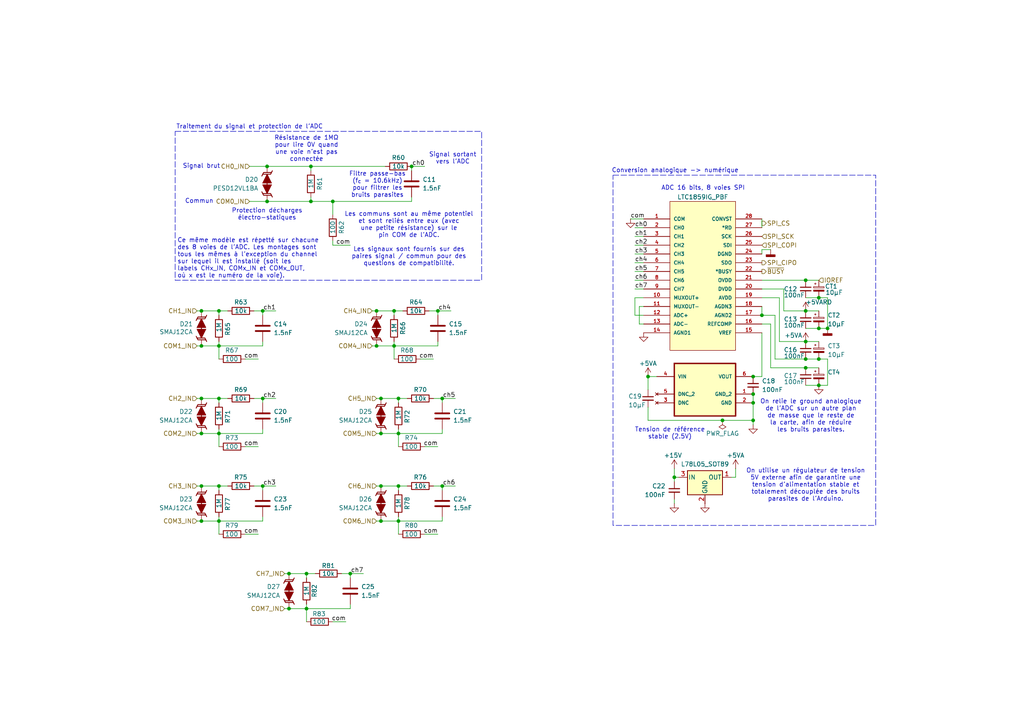
<source format=kicad_sch>
(kicad_sch (version 20250114) (generator "eeschema") (generator_version "9.0")
  (paper "A4")
  (lib_symbols
    (symbol "Device:C" (pin_numbers (hide yes)) (pin_names (offset 0.254))
      (property "Reference" "C" (at 0.635 2.54 0))
      (property "Value" "C" (at 0.635 -2.54 0))
      (symbol "C_0_1"
        (polyline (pts (xy -2.032 0.762) (xy 2.032 0.762)) (stroke (width 0.508)))
        (polyline (pts (xy -2.032 -0.762) (xy 2.032 -0.762)) (stroke (width 0.508)))
      )
      (symbol "C_1_1"
        (pin passive line (at 0 3.81 270) (length 2.794) (name "~") (number "1"))
        (pin passive line (at 0 -3.81 90) (length 2.794) (name "~") (number "2"))
      )
    )
    (symbol "Device:C_Polarized_Small" (pin_numbers (hide yes)) (pin_names (offset 0.254) (hide yes))
      (property "Reference" "C" (at 0.254 1.778 0))
      (property "Value" "C_Polarized_Small" (at 0.254 -2.032 0))
      (symbol "C_Polarized_Small_0_1"
        (rectangle (start -1.524 0.6858) (end 1.524 0.3048))
        (rectangle (start -1.524 -0.3048) (end 1.524 -0.6858) (fill (type outline)))
        (polyline (pts (xy -1.27 1.524) (xy -0.762 1.524)))
        (polyline (pts (xy -1.016 1.27) (xy -1.016 1.778)))
      )
      (symbol "C_Polarized_Small_1_1"
        (pin passive line (at 0 2.54 270) (length 1.8542) (name "~") (number "1"))
        (pin passive line (at 0 -2.54 90) (length 1.8542) (name "~") (number "2"))
      )
    )
    (symbol "Device:C_Small" (pin_numbers (hide yes)) (pin_names (offset 0.254) (hide yes))
      (property "Reference" "C" (at 0.254 1.778 0))
      (property "Value" "C_Small" (at 0.254 -2.032 0))
      (symbol "C_Small_0_1"
        (polyline (pts (xy -1.524 0.508) (xy 1.524 0.508)) (stroke (width 0.3048)))
        (polyline (pts (xy -1.524 -0.508) (xy 1.524 -0.508)) (stroke (width 0.3302)))
      )
      (symbol "C_Small_1_1"
        (pin passive line (at 0 2.54 270) (length 2.032) (name "~") (number "1"))
        (pin passive line (at 0 -2.54 90) (length 2.032) (name "~") (number "2"))
      )
    )
    (symbol "Device:R" (pin_numbers (hide yes)) (pin_names (offset 0))
      (property "Reference" "R" (at 2.032 0 90))
      (property "Value" "R" (at 0 0 90))
      (symbol "R_0_1"
        (rectangle (start -1.016 -2.54) (end 1.016 2.54) (stroke (width 0.254)))
      )
      (symbol "R_1_1"
        (pin passive line (at 0 3.81 270) (length 1.27) (name "~") (number "1"))
        (pin passive line (at 0 -3.81 90) (length 1.27) (name "~") (number "2"))
      )
    )
    (symbol "LT6654AIS6-2.5_TRPBF:LT6654AIS6-2.5_TRPBF" (pin_names (offset 1.016))
      (property "Reference" "U" (at -4.9784 12.7762 0))
      (property "Value" "LT6654AIS6-2.5_TRPBF" (at -14.986 10.16 0))
      (symbol "LT6654AIS6-2.5_TRPBF_0_0"
        (rectangle (start -12.7 8.89) (end 5.08 -6.35) (stroke (width 0.4064)) (fill (type background)))
        (pin power_in line (at -17.78 5.08 0) (length 5.08) (name "VIN") (number "4"))
        (pin no_connect line (at -17.78 0 0) (length 5.08) (name "DNC_2") (number "5"))
        (pin no_connect line (at -17.78 -2.54 0) (length 5.08) (name "DNC") (number "3"))
        (pin output line (at 10.16 5.08 180) (length 5.08) (name "VOUT") (number "6"))
        (pin passive line (at 10.16 0 180) (length 5.08) (name "GND_2") (number "1"))
        (pin passive line (at 10.16 -2.54 180) (length 5.08) (name "GND") (number "2"))
      )
    )
    (symbol "LTC1859IG_PBF:LTC1859IG_PBF" (pin_names (offset 1.016))
      (property "Reference" "U" (at 10.668 8.636 0))
      (property "Value" "LTC1859IG_PBF" (at 10.033 6.096 0))
      (symbol "LTC1859IG_PBF_0_0"
        (pin input line (at 0 0 0) (length 7.62) (name "COM") (number "1"))
        (pin input line (at 0 -2.54 0) (length 7.62) (name "CH0") (number "2"))
        (pin input line (at 0 -5.08 0) (length 7.62) (name "CH1") (number "3"))
        (pin input line (at 0 -7.62 0) (length 7.62) (name "CH2") (number "4"))
        (pin input line (at 0 -10.16 0) (length 7.62) (name "CH3") (number "5"))
        (pin input line (at 0 -12.7 0) (length 7.62) (name "CH4") (number "6"))
        (pin input line (at 0 -15.24 0) (length 7.62) (name "CH5") (number "7"))
        (pin input line (at 0 -17.78 0) (length 7.62) (name "CH6") (number "8"))
        (pin input line (at 0 -20.32 0) (length 7.62) (name "CH7") (number "9"))
        (pin output line (at 0 -22.86 0) (length 7.62) (name "MUXOUT+") (number "10"))
        (pin output line (at 0 -25.4 0) (length 7.62) (name "MUXOUT-") (number "11"))
        (pin input line (at 0 -27.94 0) (length 7.62) (name "ADC+") (number "12"))
        (pin input line (at 0 -30.48 0) (length 7.62) (name "ADC-") (number "13"))
        (pin power_in line (at 0 -33.02 0) (length 7.62) (name "AGND1") (number "14"))
        (pin passive line (at 34.29 0 180) (length 7.62) (name "CONVST") (number "28"))
        (pin input line (at 34.29 -2.54 180) (length 7.62) (name "*RD") (number "27"))
        (pin passive line (at 34.29 -5.08 180) (length 7.62) (name "SCK") (number "26"))
        (pin input line (at 34.29 -7.62 180) (length 7.62) (name "SDI") (number "25"))
        (pin power_in line (at 34.29 -10.16 180) (length 7.62) (name "DGND") (number "24"))
        (pin output line (at 34.29 -12.7 180) (length 7.62) (name "SDO") (number "23"))
        (pin output line (at 34.29 -15.24 180) (length 7.62) (name "*BUSY") (number "22"))
        (pin power_in line (at 34.29 -17.78 180) (length 7.62) (name "OVDD") (number "21"))
        (pin power_in line (at 34.29 -20.32 180) (length 7.62) (name "DVDD") (number "20"))
        (pin power_in line (at 34.29 -22.86 180) (length 7.62) (name "AVDD") (number "19"))
        (pin power_in line (at 34.29 -25.4 180) (length 7.62) (name "AGDN3") (number "18"))
        (pin power_in line (at 34.29 -27.94 180) (length 7.62) (name "AGND2") (number "17"))
        (pin output line (at 34.29 -30.48 180) (length 7.62) (name "REFCOMP") (number "16"))
      )
      (symbol "LTC1859IG_PBF_1_0"
        (rectangle (start 7.62 5.08) (end 26.67 -38.1) (fill (type background)))
        (pin bidirectional line (at 34.29 -33.02 180) (length 7.62) (name "VREF") (number "15"))
      )
    )
    (symbol "Pesd:SMAJ12CA" (pin_numbers (hide yes)) (pin_names (offset 1.016) (hide yes))
      (property "Reference" "D" (at 0 2.54 0))
      (property "Value" "SMAJ12CA" (at 0 -2.54 0))
      (symbol "SMAJ12CA_1_1"
        (polyline (pts (xy -2.794 -1.27) (xy -3.302 -1.016) (xy -3.302 1.27) (xy -3.81 1.524)) (stroke (width 0.254)))
        (polyline (pts (xy -2.286 -1.524) (xy -2.794 -1.27) (xy -2.794 1.016) (xy -3.302 1.27)) (stroke (width 0.254)))
        (polyline (pts (xy -0.254 1.27) (xy -0.254 -1.27) (xy -2.794 0) (xy -0.254 1.27)) (stroke (width 0.2032)) (fill (type outline)))
        (polyline (pts (xy 0.254 0) (xy -0.254 0)) (stroke (width 0.254)))
        (polyline (pts (xy 0.254 -1.27) (xy 2.794 0) (xy 0.254 1.27) (xy 0.254 -1.27)) (stroke (width 0.2032)) (fill (type outline)))
        (polyline (pts (xy 3.302 1.27) (xy 2.794 1.016) (xy 2.794 -1.27) (xy 2.286 -1.524)) (stroke (width 0.254)))
        (polyline (pts (xy 3.81 1.524) (xy 3.302 1.27) (xy 3.302 -1.016) (xy 2.794 -1.27)) (stroke (width 0.254)))
        (pin passive line (at -5.08 0 0) (length 1.778) (name "A1") (number "1"))
        (pin passive line (at 5.08 0 180) (length 1.778) (name "A2") (number "2"))
      )
    )
    (symbol "Regulator_Linear:L78L05_SOT89" (pin_names (offset 0.254))
      (property "Reference" "U" (at -3.81 3.175 0))
      (property "Value" "L78L05_SOT89" (at -0.635 3.175 0))
      (symbol "L78L05_SOT89_0_1"
        (rectangle (start -5.08 1.905) (end 5.08 -5.08) (stroke (width 0.254)) (fill (type background)))
      )
      (symbol "L78L05_SOT89_1_1"
        (pin power_in line (at -7.62 0 0) (length 2.54) (name "IN") (number "3"))
        (pin power_in line (at 0 -7.62 90) (length 2.54) (name "GND") (number "2"))
        (pin power_out line (at 7.62 0 180) (length 2.54) (name "OUT") (number "1"))
      )
    )
    (symbol "power:+5V" (power) (pin_numbers (hide yes)) (pin_names (offset 0) (hide yes))
      (property "Value" "+5V" (at 0 3.556 0))
      (symbol "+5V_0_1"
        (polyline (pts (xy -0.762 1.27) (xy 0 2.54)))
        (polyline (pts (xy 0 2.54) (xy 0.762 1.27)))
        (polyline (pts (xy 0 0) (xy 0 2.54)))
      )
      (symbol "+5V_1_1"
        (pin power_in line (at 0 0 90) (length 0) (name "~") (number "1"))
      )
    )
    (symbol "power:GND1" (power) (pin_numbers (hide yes)) (pin_names (offset 0) (hide yes))
      (property "Value" "GND1" (at 0 -3.81 0))
      (symbol "GND1_0_1"
        (polyline (pts (xy 0 0) (xy 0 -1.27) (xy 1.27 -1.27) (xy 0 -2.54) (xy -1.27 -1.27) (xy 0 -1.27)))
      )
      (symbol "GND1_1_1"
        (pin power_in line (at 0 0 270) (length 0) (name "~") (number "1"))
      )
    )
    (symbol "power:GNDD" (power) (pin_numbers (hide yes)) (pin_names (offset 0) (hide yes))
      (property "Value" "GNDD" (at 0 -3.175 0))
      (symbol "GNDD_0_1"
        (rectangle (start -1.27 -1.524) (end 1.27 -2.032) (stroke (width 0.254)) (fill (type outline)))
        (polyline (pts (xy 0 0) (xy 0 -1.524)))
      )
      (symbol "GNDD_1_1"
        (pin power_in line (at 0 0 270) (length 0) (name "~") (number "1"))
      )
    )
    (symbol "power:PWR_FLAG" (power) (pin_numbers (hide yes)) (pin_names (offset 0) (hide yes))
      (property "Value" "PWR_FLAG" (at 0 3.81 0))
      (symbol "PWR_FLAG_0_0"
        (pin power_out line (at 0 0 90) (length 0) (name "~") (number "1"))
      )
      (symbol "PWR_FLAG_0_1"
        (polyline (pts (xy 0 0) (xy 0 1.27) (xy -1.016 1.905) (xy 0 2.54) (xy 1.016 1.905) (xy 0 1.27)))
      )
    )
  )
  (rectangle (start 177.8 50.8) (end 254 152.4) (stroke (width 0) (type dash)))
  (rectangle (start 50.8 38.1) (end 139.7 81.28) (stroke (width 0) (type dash)))
  (text "Signal sortant\nvers l’ADC" (at 131.318 45.974 0) (effects (font (size 1.27 1.27))))
  (text "Traitement du signal et protection de l’ADC" (at 72.39 36.83 0) (effects (font (size 1.27 1.27))))
  (text "On utilise un régulateur de tension\n5V externe afin de garantire une\ntension d’alimentation stable et\ntotalement découplée des bruits\nparasites de l’Arduino." (at 233.68 140.716 0) (effects (font (size 1.27 1.27))))
  (text "Résistance de 1MΩ\npour lire 0V quand\nune voie n’est pas\nconnectée" (at 88.9 43.18 0) (effects (font (size 1.27 1.27))))
  (text "ADC 16 bits, 8 voies SPI" (at 191.77 54.61 0) (effects (font (size 1.27 1.27)) (justify left)))
  (text "Tension de référence\nstable (2.5V)" (at 194.31 125.73 0) (effects (font (size 1.27 1.27))))
  (text "Les communs sont au même potentiel\net sont reliés entre eux (avec\nune petite résistance) sur le\npin COM de l’ADC.\n\nLes signaux sont fournis sur des\npaires signal / commun pour des\nquestions de compatibilité." (at 118.618 69.342 0) (effects (font (size 1.27 1.27))))
  (text "Filtre passe-bas\n(f_{c} = 10.6kHz)\npour filtrer les\nbruits parasites" (at 109.474 53.594 0) (effects (font (size 1.27 1.27))))
  (text "Ce même modèle est répetté sur chacune\ndes 8 voies de l’ADC. Les montages sont \ntous les mêmes à l’exception du channel\nsur lequel il est installé (soit les\nlabels CHx_IN, COMx_IN et COMx_OUT,\noù x est le numéro de la voie)." (at 51.435 74.93 0) (effects (font (size 1.27 1.27)) (justify left)))
  (text "Signal brut" (at 58.42 48.26 0) (effects (font (size 1.27 1.27))))
  (text "Commun" (at 57.785 58.42 0) (effects (font (size 1.27 1.27))))
  (text "Conversion analogique -> numérique" (at 195.834 49.53 0) (effects (font (size 1.27 1.27))))
  (text "On relie le ground analogique\nde l’ADC sur un autre plan\nde masse que le reste de\nla carte, afin de réduire\nles bruits parasites." (at 235.204 120.65 0) (effects (font (size 1.27 1.27))))
  (text "Protection décharges\nélectro-statiques" (at 77.47 62.23 0) (effects (font (size 1.27 1.27))))
  (junction (at 240.03 95.25))
  (junction (at 109.22 90.17))
  (junction (at 110.49 125.73))
  (junction (at 88.9 166.37))
  (junction (at 58.42 115.57))
  (junction (at 127 90.17))
  (junction (at 58.42 90.17))
  (junction (at 63.5 140.97))
  (junction (at 237.49 95.25))
  (junction (at 101.6 166.37))
  (junction (at 77.47 48.26))
  (junction (at 218.44 109.22))
  (junction (at 187.96 109.22))
  (junction (at 237.49 111.76))
  (junction (at 128.27 115.57))
  (junction (at 76.2 140.97))
  (junction (at 90.17 48.26))
  (junction (at 63.5 115.57))
  (junction (at 83.82 166.37))
  (junction (at 58.42 125.73))
  (junction (at 233.68 99.06))
  (junction (at 218.44 121.92))
  (junction (at 110.49 151.13))
  (junction (at 58.42 100.33))
  (junction (at 115.57 115.57))
  (junction (at 90.17 58.42))
  (junction (at 58.42 151.13))
  (junction (at 115.57 151.13))
  (junction (at 237.49 104.14))
  (junction (at 96.52 58.42))
  (junction (at 220.98 91.44))
  (junction (at 195.58 138.43))
  (junction (at 218.44 116.84))
  (junction (at 209.55 121.92))
  (junction (at 76.2 90.17))
  (junction (at 76.2 115.57))
  (junction (at 233.68 106.68))
  (junction (at 233.68 90.17))
  (junction (at 115.57 140.97))
  (junction (at 218.44 114.3))
  (junction (at 63.5 90.17))
  (junction (at 128.27 140.97))
  (junction (at 110.49 140.97))
  (junction (at 115.57 125.73))
  (junction (at 63.5 151.13))
  (junction (at 63.5 100.33))
  (junction (at 58.42 140.97))
  (junction (at 237.49 86.36))
  (junction (at 114.3 100.33))
  (junction (at 63.5 125.73))
  (junction (at 233.68 104.14))
  (junction (at 77.47 58.42))
  (junction (at 119.38 48.26))
  (junction (at 88.9 176.53))
  (junction (at 110.49 115.57))
  (junction (at 114.3 90.17))
  (junction (at 83.82 176.53))
  (junction (at 109.22 100.33))
  (junction (at 233.68 81.28))
  (wire (pts (xy 237.49 111.76) (xy 240.03 111.76)))
  (wire (pts (xy 88.9 166.37) (xy 91.44 166.37)))
  (wire (pts (xy 58.42 140.97) (xy 63.5 140.97)))
  (wire (pts (xy 115.57 140.97) (xy 115.57 142.24)))
  (wire (pts (xy 187.96 109.22) (xy 190.5 109.22)))
  (wire (pts (xy 128.27 140.97) (xy 128.27 142.24)))
  (wire (pts (xy 96.52 71.12) (xy 96.52 69.85)))
  (wire (pts (xy 196.85 138.43) (xy 195.58 138.43)))
  (wire (pts (xy 119.38 48.26) (xy 123.19 48.26)))
  (wire (pts (xy 223.52 106.68) (xy 233.68 106.68)))
  (wire (pts (xy 195.58 138.43) (xy 195.58 139.7)))
  (wire (pts (xy 101.6 166.37) (xy 105.41 166.37)))
  (wire (pts (xy 213.36 135.89) (xy 213.36 138.43)))
  (wire (pts (xy 72.39 48.26) (xy 77.47 48.26)))
  (wire (pts (xy 220.98 96.52) (xy 220.98 109.22)))
  (wire (pts (xy 76.2 115.57) (xy 76.2 116.84)))
  (wire (pts (xy 115.57 151.13) (xy 128.27 151.13)))
  (wire (pts (xy 220.98 86.36) (xy 226.06 86.36)))
  (wire (pts (xy 184.15 83.82) (xy 186.69 83.82)))
  (wire (pts (xy 82.55 166.37) (xy 83.82 166.37)))
  (wire (pts (xy 76.2 90.17) (xy 80.01 90.17)))
  (wire (pts (xy 90.17 58.42) (xy 96.52 58.42)))
  (wire (pts (xy 88.9 176.53) (xy 101.6 176.53)))
  (wire (pts (xy 115.57 151.13) (xy 115.57 154.94)))
  (wire (pts (xy 115.57 115.57) (xy 118.11 115.57)))
  (wire (pts (xy 115.57 149.86) (xy 115.57 151.13)))
  (wire (pts (xy 184.15 71.12) (xy 186.69 71.12)))
  (wire (pts (xy 195.58 135.89) (xy 195.58 138.43)))
  (wire (pts (xy 184.15 68.58) (xy 186.69 68.58)))
  (wire (pts (xy 220.98 72.39) (xy 220.98 73.66)))
  (wire (pts (xy 101.6 175.26) (xy 101.6 176.53)))
  (wire (pts (xy 88.9 176.53) (xy 88.9 180.34)))
  (wire (pts (xy 83.82 166.37) (xy 88.9 166.37)))
  (wire (pts (xy 99.06 166.37) (xy 101.6 166.37)))
  (wire (pts (xy 185.42 93.98) (xy 186.69 93.98)))
  (wire (pts (xy 77.47 48.26) (xy 90.17 48.26)))
  (wire (pts (xy 128.27 115.57) (xy 128.27 116.84)))
  (wire (pts (xy 63.5 124.46) (xy 63.5 125.73)))
  (wire (pts (xy 58.42 100.33) (xy 63.5 100.33)))
  (wire (pts (xy 76.2 140.97) (xy 80.01 140.97)))
  (wire (pts (xy 63.5 151.13) (xy 76.2 151.13)))
  (wire (pts (xy 74.93 104.14) (xy 71.12 104.14)))
  (wire (pts (xy 57.15 90.17) (xy 58.42 90.17)))
  (wire (pts (xy 237.49 95.25) (xy 240.03 95.25)))
  (wire (pts (xy 184.15 73.66) (xy 186.69 73.66)))
  (wire (pts (xy 240.03 86.36) (xy 240.03 95.25)))
  (wire (pts (xy 185.42 88.9) (xy 185.42 93.98)))
  (wire (pts (xy 76.2 124.46) (xy 76.2 125.73)))
  (wire (pts (xy 227.33 90.17) (xy 233.68 90.17)))
  (wire (pts (xy 101.6 166.37) (xy 101.6 167.64)))
  (wire (pts (xy 76.2 149.86) (xy 76.2 151.13)))
  (wire (pts (xy 109.22 90.17) (xy 114.3 90.17)))
  (wire (pts (xy 110.49 140.97) (xy 115.57 140.97)))
  (wire (pts (xy 226.06 86.36) (xy 226.06 99.06)))
  (wire (pts (xy 128.27 115.57) (xy 132.08 115.57)))
  (wire (pts (xy 73.66 115.57) (xy 76.2 115.57)))
  (wire (pts (xy 109.22 151.13) (xy 110.49 151.13)))
  (wire (pts (xy 73.66 90.17) (xy 76.2 90.17)))
  (wire (pts (xy 115.57 125.73) (xy 115.57 129.54)))
  (wire (pts (xy 213.36 138.43) (xy 212.09 138.43)))
  (wire (pts (xy 114.3 99.06) (xy 114.3 100.33)))
  (wire (pts (xy 63.5 90.17) (xy 63.5 91.44)))
  (wire (pts (xy 223.52 72.39) (xy 220.98 72.39)))
  (wire (pts (xy 83.82 176.53) (xy 88.9 176.53)))
  (wire (pts (xy 57.15 100.33) (xy 58.42 100.33)))
  (wire (pts (xy 218.44 114.3) (xy 218.44 116.84)))
  (wire (pts (xy 77.47 58.42) (xy 90.17 58.42)))
  (wire (pts (xy 128.27 149.86) (xy 128.27 151.13)))
  (wire (pts (xy 96.52 58.42) (xy 119.38 58.42)))
  (wire (pts (xy 74.93 129.54) (xy 71.12 129.54)))
  (wire (pts (xy 218.44 116.84) (xy 218.44 121.92)))
  (wire (pts (xy 127 99.06) (xy 127 100.33)))
  (wire (pts (xy 63.5 140.97) (xy 66.04 140.97)))
  (wire (pts (xy 58.42 125.73) (xy 63.5 125.73)))
  (wire (pts (xy 119.38 57.15) (xy 119.38 58.42)))
  (wire (pts (xy 76.2 90.17) (xy 76.2 91.44)))
  (wire (pts (xy 237.49 104.14) (xy 240.03 104.14)))
  (wire (pts (xy 209.55 121.92) (xy 218.44 121.92)))
  (wire (pts (xy 233.68 90.17) (xy 237.49 90.17)))
  (wire (pts (xy 184.15 76.2) (xy 186.69 76.2)))
  (wire (pts (xy 226.06 99.06) (xy 233.68 99.06)))
  (wire (pts (xy 184.15 86.36) (xy 184.15 91.44)))
  (wire (pts (xy 76.2 99.06) (xy 76.2 100.33)))
  (wire (pts (xy 115.57 115.57) (xy 115.57 116.84)))
  (wire (pts (xy 224.79 104.14) (xy 233.68 104.14)))
  (wire (pts (xy 227.33 83.82) (xy 227.33 90.17)))
  (wire (pts (xy 187.96 121.92) (xy 209.55 121.92)))
  (wire (pts (xy 110.49 115.57) (xy 115.57 115.57)))
  (wire (pts (xy 57.15 115.57) (xy 58.42 115.57)))
  (wire (pts (xy 187.96 109.22) (xy 187.96 113.03)))
  (wire (pts (xy 125.73 140.97) (xy 128.27 140.97)))
  (wire (pts (xy 184.15 66.04) (xy 186.69 66.04)))
  (wire (pts (xy 58.42 115.57) (xy 63.5 115.57)))
  (wire (pts (xy 74.93 154.94) (xy 71.12 154.94)))
  (wire (pts (xy 109.22 140.97) (xy 110.49 140.97)))
  (wire (pts (xy 58.42 151.13) (xy 63.5 151.13)))
  (wire (pts (xy 110.49 151.13) (xy 115.57 151.13)))
  (wire (pts (xy 63.5 100.33) (xy 76.2 100.33)))
  (wire (pts (xy 125.73 115.57) (xy 128.27 115.57)))
  (wire (pts (xy 115.57 140.97) (xy 118.11 140.97)))
  (wire (pts (xy 119.38 48.26) (xy 119.38 49.53)))
  (wire (pts (xy 233.68 104.14) (xy 237.49 104.14)))
  (wire (pts (xy 90.17 48.26) (xy 111.76 48.26)))
  (wire (pts (xy 88.9 175.26) (xy 88.9 176.53)))
  (wire (pts (xy 220.98 109.22) (xy 218.44 109.22)))
  (wire (pts (xy 76.2 140.97) (xy 76.2 142.24)))
  (wire (pts (xy 127 154.94) (xy 123.19 154.94)))
  (wire (pts (xy 220.98 91.44) (xy 224.79 91.44)))
  (wire (pts (xy 195.58 144.78) (xy 195.58 146.05)))
  (wire (pts (xy 72.39 58.42) (xy 77.47 58.42)))
  (wire (pts (xy 109.22 125.73) (xy 110.49 125.73)))
  (wire (pts (xy 125.73 104.14) (xy 121.92 104.14)))
  (wire (pts (xy 184.15 78.74) (xy 186.69 78.74)))
  (wire (pts (xy 184.15 91.44) (xy 186.69 91.44)))
  (wire (pts (xy 114.3 100.33) (xy 127 100.33)))
  (wire (pts (xy 220.98 93.98) (xy 223.52 93.98)))
  (wire (pts (xy 107.95 100.33) (xy 109.22 100.33)))
  (wire (pts (xy 124.46 90.17) (xy 127 90.17)))
  (wire (pts (xy 218.44 123.19) (xy 218.44 121.92)))
  (wire (pts (xy 82.55 176.53) (xy 83.82 176.53)))
  (wire (pts (xy 128.27 140.97) (xy 132.08 140.97)))
  (wire (pts (xy 107.95 90.17) (xy 109.22 90.17)))
  (wire (pts (xy 182.88 63.5) (xy 186.69 63.5)))
  (wire (pts (xy 63.5 151.13) (xy 63.5 154.94)))
  (wire (pts (xy 63.5 125.73) (xy 63.5 129.54)))
  (wire (pts (xy 128.27 124.46) (xy 128.27 125.73)))
  (wire (pts (xy 220.98 83.82) (xy 227.33 83.82)))
  (wire (pts (xy 115.57 124.46) (xy 115.57 125.73)))
  (wire (pts (xy 110.49 125.73) (xy 115.57 125.73)))
  (wire (pts (xy 109.22 100.33) (xy 114.3 100.33)))
  (wire (pts (xy 96.52 71.12) (xy 101.6 71.12)))
  (wire (pts (xy 63.5 140.97) (xy 63.5 142.24)))
  (wire (pts (xy 233.68 106.68) (xy 237.49 106.68)))
  (wire (pts (xy 233.68 111.76) (xy 237.49 111.76)))
  (wire (pts (xy 57.15 151.13) (xy 58.42 151.13)))
  (wire (pts (xy 63.5 90.17) (xy 66.04 90.17)))
  (wire (pts (xy 127 129.54) (xy 123.19 129.54)))
  (wire (pts (xy 63.5 149.86) (xy 63.5 151.13)))
  (wire (pts (xy 220.98 88.9) (xy 220.98 91.44)))
  (wire (pts (xy 237.49 86.36) (xy 240.03 86.36)))
  (wire (pts (xy 63.5 125.73) (xy 76.2 125.73)))
  (wire (pts (xy 100.33 180.34) (xy 96.52 180.34)))
  (wire (pts (xy 240.03 104.14) (xy 240.03 111.76)))
  (wire (pts (xy 223.52 93.98) (xy 223.52 106.68)))
  (wire (pts (xy 114.3 100.33) (xy 114.3 104.14)))
  (wire (pts (xy 186.69 86.36) (xy 184.15 86.36)))
  (wire (pts (xy 233.68 95.25) (xy 237.49 95.25)))
  (wire (pts (xy 90.17 57.15) (xy 90.17 58.42)))
  (wire (pts (xy 73.66 140.97) (xy 76.2 140.97)))
  (wire (pts (xy 88.9 166.37) (xy 88.9 167.64)))
  (wire (pts (xy 63.5 115.57) (xy 66.04 115.57)))
  (wire (pts (xy 58.42 90.17) (xy 63.5 90.17)))
  (wire (pts (xy 114.3 90.17) (xy 116.84 90.17)))
  (wire (pts (xy 127 90.17) (xy 130.81 90.17)))
  (wire (pts (xy 220.98 81.28) (xy 233.68 81.28)))
  (wire (pts (xy 96.52 62.23) (xy 96.52 58.42)))
  (wire (pts (xy 127 90.17) (xy 127 91.44)))
  (wire (pts (xy 63.5 100.33) (xy 63.5 104.14)))
  (wire (pts (xy 63.5 115.57) (xy 63.5 116.84)))
  (wire (pts (xy 63.5 99.06) (xy 63.5 100.33)))
  (wire (pts (xy 114.3 90.17) (xy 114.3 91.44)))
  (wire (pts (xy 57.15 140.97) (xy 58.42 140.97)))
  (wire (pts (xy 186.69 88.9) (xy 185.42 88.9)))
  (wire (pts (xy 76.2 115.57) (xy 80.01 115.57)))
  (wire (pts (xy 90.17 48.26) (xy 90.17 49.53)))
  (wire (pts (xy 187.96 118.11) (xy 187.96 121.92)))
  (wire (pts (xy 115.57 125.73) (xy 128.27 125.73)))
  (wire (pts (xy 220.98 63.5) (xy 220.98 66.04)))
  (wire (pts (xy 224.79 91.44) (xy 224.79 104.14)))
  (wire (pts (xy 233.68 99.06) (xy 237.49 99.06)))
  (wire (pts (xy 233.68 81.28) (xy 237.49 81.28)))
  (wire (pts (xy 184.15 81.28) (xy 186.69 81.28)))
  (wire (pts (xy 109.22 115.57) (xy 110.49 115.57)))
  (wire (pts (xy 57.15 125.73) (xy 58.42 125.73)))
  (wire (pts (xy 233.68 86.36) (xy 237.49 86.36)))
  (label "com" (at 100.33 180.34 180))
  (label "ch6" (at 184.15 81.28 0))
  (label "ch5" (at 184.15 78.74 0))
  (label "ch6" (at 132.08 140.97 180))
  (label "ch3" (at 184.15 73.66 0))
  (label "ch1" (at 184.15 68.58 0))
  (label "com" (at 74.93 104.14 180))
  (label "ch7" (at 184.15 83.82 0))
  (label "ch7" (at 105.41 166.37 180))
  (label "ch4" (at 184.15 76.2 0))
  (label "ch5" (at 132.08 115.57 180))
  (label "com" (at 127 154.94 180))
  (label "com" (at 125.73 104.14 180))
  (label "ch4" (at 130.81 90.17 180))
  (label "ch0" (at 184.15 66.04 0))
  (label "com" (at 127 129.54 180))
  (label "ch2" (at 184.15 71.12 0))
  (label "ch3" (at 80.01 140.97 180))
  (label "com" (at 101.6 71.12 180))
  (label "ch2" (at 80.01 115.57 180))
  (label "com" (at 74.93 129.54 180))
  (label "com" (at 182.88 63.5 0))
  (label "com" (at 74.93 154.94 180))
  (label "ch1" (at 80.01 90.17 180))
  (label "ch0" (at 123.19 48.26 180))
  (hierarchical_label "SPI_COPI" (shape input) (at 220.98 71.12 0))
  (hierarchical_label "CH3_IN" (shape input) (at 57.15 140.97 180))
  (hierarchical_label "CH2_IN" (shape input) (at 57.15 115.57 180))
  (hierarchical_label "COM1_IN" (shape input) (at 57.15 100.33 180))
  (hierarchical_label "COM5_IN" (shape input) (at 109.22 125.73 180))
  (hierarchical_label "COM3_IN" (shape input) (at 57.15 151.13 180))
  (hierarchical_label "IOREF" (shape input) (at 237.49 81.28 0))
  (hierarchical_label "CH4_IN" (shape input) (at 107.95 90.17 180))
  (hierarchical_label "COM7_IN" (shape input) (at 82.55 176.53 180))
  (hierarchical_label "COM0_IN" (shape input) (at 72.39 58.42 180))
  (hierarchical_label "SPI_SCK" (shape input) (at 220.98 68.58 0))
  (hierarchical_label "COM6_IN" (shape input) (at 109.22 151.13 180))
  (hierarchical_label "~{BUSY}" (shape output) (at 220.98 78.74 0))
  (hierarchical_label "CH5_IN" (shape input) (at 109.22 115.57 180))
  (hierarchical_label "COM2_IN" (shape input) (at 57.15 125.73 180))
  (hierarchical_label "CH1_IN" (shape input) (at 57.15 90.17 180))
  (hierarchical_label "SPI_CIPO" (shape output) (at 220.98 76.2 0))
  (hierarchical_label "SPI_CS" (shape output) (at 220.98 64.77 0))
  (hierarchical_label "COM4_IN" (shape input) (at 107.95 100.33 180))
  (hierarchical_label "CH0_IN" (shape input) (at 72.39 48.26 180))
  (hierarchical_label "CH6_IN" (shape input) (at 109.22 140.97 180))
  (hierarchical_label "CH7_IN" (shape input) (at 82.55 166.37 180))
  (symbol (lib_id "Device:R") (at 88.9 171.45 0) (unit 1)
    (property "Reference" "R82" (at 91.186 169.418 90) (effects (justify right)))
    (property "Value" "1M" (at 88.9 169.926 90) (effects (justify right)))
    (property "Footprint" "Resistor_SMD:R_0805_2012Metric_Pad1.20x1.40mm_HandSolder" (effects (hide yes)))
    (property "Description" "Resistor" (effects (hide yes)))
  )
  (symbol (lib_id "Device:R") (at 92.71 180.34 90) (unit 1)
    (property "Reference" "R83" (at 94.488 178.054 90) (effects (justify left)))
    (property "Value" "100" (at 94.488 180.34 90) (effects (justify left)))
    (property "Footprint" "Resistor_SMD:R_0805_2012Metric_Pad1.20x1.40mm_HandSolder" (effects (hide yes)))
    (property "Description" "Resistor" (effects (hide yes)))
  )
  (symbol (lib_id "Device:C_Small") (at 218.44 111.76 0) (unit 1)
    (property "Reference" "C18" (at 220.98 110.4962 0) (effects (justify left)))
    (property "Value" "100nF" (at 220.98 113.0362 0) (effects (justify left)))
    (property "Footprint" "Capacitor_SMD:C_0805_2012Metric_Pad1.18x1.45mm_HandSolder" (effects (hide yes)))
    (property "Description" "Unpolarized capacitor, small symbol" (effects (hide yes)))
  )
  (symbol (lib_id "power:+5V") (at 187.96 109.22 0) (unit 1)
    (property "Reference" "#PWR037" (effects (hide yes)))
    (property "Value" "+5VA" (at 187.96 105.41 0))
    (property "Description" "Power symbol creates a global label with name \"+5V\"" (effects (hide yes)))
  )
  (symbol (lib_id "Device:C") (at 76.2 95.25 0) (unit 1)
    (property "Reference" "C14" (at 79.375 93.98 0) (effects (justify left)))
    (property "Value" "1.5nF" (at 79.375 96.52 0) (effects (justify left)))
    (property "Footprint" "Capacitor_SMD:C_0805_2012Metric_Pad1.18x1.45mm_HandSolder" (effects (hide yes)))
    (property "Description" "Unpolarized capacitor" (effects (hide yes)))
  )
  (symbol (lib_id "Device:C_Small") (at 233.68 109.22 0) (unit 1)
    (property "Reference" "C17" (at 227.33 108.966 0) (effects (justify left)))
    (property "Value" "100nF" (at 227.33 110.744 0) (effects (justify left)))
    (property "Footprint" "Capacitor_SMD:C_0805_2012Metric_Pad1.18x1.45mm_HandSolder" (effects (hide yes)))
    (property "Description" "Unpolarized capacitor, small symbol" (effects (hide yes)))
  )
  (symbol (lib_id "Device:R") (at 121.92 115.57 90) (unit 1)
    (property "Reference" "R70" (at 121.92 113.03 90))
    (property "Value" "10k" (at 121.92 115.57 90))
    (property "Footprint" "Resistor_SMD:R_0805_2012Metric_Pad1.20x1.40mm_HandSolder" (effects (hide yes)))
    (property "Description" "Resistor" (effects (hide yes)))
  )
  (symbol (lib_id "power:GNDD") (at 240.03 95.25 0) (unit 1)
    (property "Reference" "#PWR034" (effects (hide yes)))
    (property "Value" "GND2" (effects (hide yes)))
    (property "Description" "Power symbol creates a global label with name \"GNDD\" , digital ground" (effects (hide yes)))
  )
  (symbol (lib_id "Device:R") (at 95.25 166.37 90) (unit 1)
    (property "Reference" "R81" (at 95.25 164.084 90))
    (property "Value" "10k" (at 95.25 166.37 90))
    (property "Footprint" "Resistor_SMD:R_0805_2012Metric_Pad1.20x1.40mm_HandSolder" (effects (hide yes)))
    (property "Description" "Resistor" (effects (hide yes)))
  )
  (symbol (lib_id "Pesd:SMAJ12CA") (at 58.42 95.25 270) (mirror x) (unit 1)
    (property "Reference" "D21" (at 52.07 93.98 90) (effects (justify left)))
    (property "Value" "SMAJ12CA" (at 46.228 96.266 90) (effects (justify left)))
    (property "Footprint" "Diode_SMD:D_SOD-323_HandSoldering" (effects (hide yes)))
    (property "Datasheet" "https://www.littelfuse.com/media?resourcetype=datasheets&itemid=75e32973-b177-4ee3-a0ff-cedaf1abdb93&filename=smaj-datasheet" (effects (hide yes)))
    (property "Description" "400W bidirectional Transient Voltage Suppressor, 12.0Vr, SMA(DO-214AC)" (effects (hide yes)))
  )
  (symbol (lib_id "Pesd:SMAJ12CA") (at 77.47 53.34 270) (mirror x) (unit 1)
    (property "Reference" "D20" (at 74.93 52.0699 90) (effects (justify right)))
    (property "Value" "PESD12VL1BA" (at 74.93 54.6099 90) (effects (justify right)))
    (property "Footprint" "Diode_SMD:D_SOD-323_HandSoldering" (effects (hide yes)))
    (property "Datasheet" "https://www.littelfuse.com/media?resourcetype=datasheets&itemid=75e32973-b177-4ee3-a0ff-cedaf1abdb93&filename=smaj-datasheet" (effects (hide yes)))
    (property "Description" "400W bidirectional Transient Voltage Suppressor, 12.0Vr, SMA(DO-214AC)" (effects (hide yes)))
  )
  (symbol (lib_id "Device:R") (at 115.57 120.65 0) (unit 1)
    (property "Reference" "R72" (at 118.11 118.872 90) (effects (justify right)))
    (property "Value" "1M" (at 115.57 118.872 90) (effects (justify right)))
    (property "Footprint" "Resistor_SMD:R_0805_2012Metric_Pad1.20x1.40mm_HandSolder" (effects (hide yes)))
    (property "Description" "Resistor" (effects (hide yes)))
  )
  (symbol (lib_id "Device:R") (at 63.5 120.65 0) (unit 1)
    (property "Reference" "R71" (at 66.04 118.872 90) (effects (justify right)))
    (property "Value" "1M" (at 63.5 119.126 90) (effects (justify right)))
    (property "Footprint" "Resistor_SMD:R_0805_2012Metric_Pad1.20x1.40mm_HandSolder" (effects (hide yes)))
    (property "Description" "Resistor" (effects (hide yes)))
  )
  (symbol (lib_id "power:+5V") (at 233.68 99.06 0) (unit 1)
    (property "Reference" "#PWR036" (effects (hide yes)))
    (property "Value" "+5VA" (at 230.124 97.282 0))
    (property "Description" "Power symbol creates a global label with name \"+5V\"" (effects (hide yes)))
  )
  (symbol (lib_id "power:PWR_FLAG") (at 209.55 121.92 180) (unit 1)
    (property "Reference" "#FLG09" (effects (hide yes)))
    (property "Value" "PWR_FLAG" (at 209.55 125.73 0))
    (property "Description" "Special symbol for telling ERC where power comes from" (effects (hide yes)))
  )
  (symbol (lib_id "Device:C_Polarized_Small") (at 237.49 83.82 0) (unit 1)
    (property "Reference" "CT1" (at 239.268 83.058 0) (effects (justify left)))
    (property "Value" "10µF" (at 239.395 84.836 0) (effects (justify left)))
    (property "Footprint" "Capacitor_Tantalum_SMD:CP_EIA-2012-12_Kemet-R" (effects (hide yes)))
    (property "Description" "Polarized capacitor, small symbol" (effects (hide yes)))
  )
  (symbol (lib_id "Device:C") (at 119.38 53.34 0) (unit 1)
    (property "Reference" "C11" (at 122.555 52.07 0) (effects (justify left)))
    (property "Value" "1.5nF" (at 122.555 54.61 0) (effects (justify left)))
    (property "Footprint" "Capacitor_SMD:C_0805_2012Metric_Pad1.18x1.45mm_HandSolder" (effects (hide yes)))
    (property "Description" "Unpolarized capacitor" (effects (hide yes)))
  )
  (symbol (lib_id "Device:R") (at 63.5 95.25 0) (unit 1)
    (property "Reference" "R65" (at 66.04 93.472 90) (effects (justify right)))
    (property "Value" "1M" (at 63.5 93.472 90) (effects (justify right)))
    (property "Footprint" "Resistor_SMD:R_0805_2012Metric_Pad1.20x1.40mm_HandSolder" (effects (hide yes)))
    (property "Description" "Resistor" (effects (hide yes)))
  )
  (symbol (lib_id "Device:R") (at 69.85 90.17 90) (unit 1)
    (property "Reference" "R63" (at 69.85 87.63 90))
    (property "Value" "10k" (at 69.85 90.17 90))
    (property "Footprint" "Resistor_SMD:R_0805_2012Metric_Pad1.20x1.40mm_HandSolder" (effects (hide yes)))
    (property "Description" "Resistor" (effects (hide yes)))
  )
  (symbol (lib_id "Device:R") (at 114.3 95.25 0) (unit 1)
    (property "Reference" "R66" (at 116.84 93.218 90) (effects (justify right)))
    (property "Value" "1M" (at 114.3 93.726 90) (effects (justify right)))
    (property "Footprint" "Resistor_SMD:R_0805_2012Metric_Pad1.20x1.40mm_HandSolder" (effects (hide yes)))
    (property "Description" "Resistor" (effects (hide yes)))
  )
  (symbol (lib_id "Device:C_Polarized_Small") (at 237.49 92.71 0) (unit 1)
    (property "Reference" "CT2" (at 240.03 91.44 0) (effects (justify left)))
    (property "Value" "10µF" (at 240.03 93.98 0) (effects (justify left)))
    (property "Footprint" "Capacitor_Tantalum_SMD:CP_EIA-2012-12_Kemet-R" (effects (hide yes)))
    (property "Description" "Polarized capacitor, small symbol" (effects (hide yes)))
  )
  (symbol (lib_id "Regulator_Linear:L78L05_SOT89") (at 204.47 138.43 0) (unit 1)
    (property "Reference" "U5" (effects (hide yes)))
    (property "Value" "L78L05_SOT89" (at 204.47 134.62 0))
    (property "Footprint" "Package_TO_SOT_SMD:SOT-89-3_Handsoldering" (effects (hide yes)))
    (property "Datasheet" "http://www.st.com/content/ccc/resource/technical/document/datasheet/15/55/e5/aa/23/5b/43/fd/CD00000446.pdf/files/CD00000446.pdf/jcr:content/translations/en.CD00000446.pdf" (effects (hide yes)))
    (property "Description" "Positive 100mA 30V Linear Regulator, Fixed Output 5V, SOT-89" (effects (hide yes)))
  )
  (symbol (lib_id "power:GND1") (at 186.69 96.52 0) (unit 1)
    (property "Reference" "#PWR035" (effects (hide yes)))
    (property "Value" "GND1" (effects (hide yes)))
    (property "Description" "Power symbol creates a global label with name \"GND1\" , ground" (effects (hide yes)))
  )
  (symbol (lib_id "Device:C") (at 101.6 171.45 0) (unit 1)
    (property "Reference" "C25" (at 104.775 170.18 0) (effects (justify left)))
    (property "Value" "1.5nF" (at 104.775 172.72 0) (effects (justify left)))
    (property "Footprint" "Capacitor_SMD:C_0805_2012Metric_Pad1.18x1.45mm_HandSolder" (effects (hide yes)))
    (property "Description" "Unpolarized capacitor" (effects (hide yes)))
  )
  (symbol (lib_id "Device:C_Small") (at 233.68 83.82 0) (unit 1)
    (property "Reference" "C12" (at 227.33 83.82 0) (effects (justify left)))
    (property "Value" "100nF" (at 227.33 85.598 0) (effects (justify left)))
    (property "Footprint" "Capacitor_SMD:C_0805_2012Metric_Pad1.18x1.45mm_HandSolder" (effects (hide yes)))
    (property "Description" "Unpolarized capacitor, small symbol" (effects (hide yes)))
  )
  (symbol (lib_id "Device:R") (at 63.5 146.05 0) (unit 1)
    (property "Reference" "R77" (at 66.04 144.272 90) (effects (justify right)))
    (property "Value" "1M" (at 63.5 144.526 90) (effects (justify right)))
    (property "Footprint" "Resistor_SMD:R_0805_2012Metric_Pad1.20x1.40mm_HandSolder" (effects (hide yes)))
    (property "Description" "Resistor" (effects (hide yes)))
  )
  (symbol (lib_id "Device:R") (at 69.85 115.57 90) (unit 1)
    (property "Reference" "R69" (at 69.85 113.03 90))
    (property "Value" "10k" (at 69.85 115.57 90))
    (property "Footprint" "Resistor_SMD:R_0805_2012Metric_Pad1.20x1.40mm_HandSolder" (effects (hide yes)))
    (property "Description" "Resistor" (effects (hide yes)))
  )
  (symbol (lib_id "Device:C") (at 76.2 146.05 0) (unit 1)
    (property "Reference" "C23" (at 79.375 144.78 0) (effects (justify left)))
    (property "Value" "1.5nF" (at 79.375 147.32 0) (effects (justify left)))
    (property "Footprint" "Capacitor_SMD:C_0805_2012Metric_Pad1.18x1.45mm_HandSolder" (effects (hide yes)))
    (property "Description" "Unpolarized capacitor" (effects (hide yes)))
  )
  (symbol (lib_id "Device:R") (at 120.65 90.17 90) (unit 1)
    (property "Reference" "R64" (at 120.65 87.63 90))
    (property "Value" "10k" (at 120.65 90.17 90))
    (property "Footprint" "Resistor_SMD:R_0805_2012Metric_Pad1.20x1.40mm_HandSolder" (effects (hide yes)))
    (property "Description" "Resistor" (effects (hide yes)))
  )
  (symbol (lib_id "Device:C") (at 76.2 120.65 0) (unit 1)
    (property "Reference" "C20" (at 79.375 119.38 0) (effects (justify left)))
    (property "Value" "1.5nF" (at 79.375 121.92 0) (effects (justify left)))
    (property "Footprint" "Capacitor_SMD:C_0805_2012Metric_Pad1.18x1.45mm_HandSolder" (effects (hide yes)))
    (property "Description" "Unpolarized capacitor" (effects (hide yes)))
  )
  (symbol (lib_id "Device:R") (at 90.17 53.34 0) (unit 1)
    (property "Reference" "R61" (at 92.71 51.308 90) (effects (justify right)))
    (property "Value" "1M" (at 90.17 51.816 90) (effects (justify right)))
    (property "Footprint" "Resistor_SMD:R_0805_2012Metric_Pad1.20x1.40mm_HandSolder" (effects (hide yes)))
    (property "Description" "Resistor" (effects (hide yes)))
  )
  (symbol (lib_id "Device:R") (at 119.38 129.54 90) (unit 1)
    (property "Reference" "R74" (at 117.348 127 90) (effects (justify right)))
    (property "Value" "100" (at 117.348 129.54 90) (effects (justify right)))
    (property "Footprint" "Resistor_SMD:R_0805_2012Metric_Pad1.20x1.40mm_HandSolder" (effects (hide yes)))
    (property "Description" "Resistor" (effects (hide yes)))
  )
  (symbol (lib_id "Device:R") (at 115.57 48.26 90) (unit 1)
    (property "Reference" "R60" (at 115.57 45.72 90))
    (property "Value" "10k" (at 115.57 48.26 90))
    (property "Footprint" "Resistor_SMD:R_0805_2012Metric_Pad1.20x1.40mm_HandSolder" (effects (hide yes)))
    (property "Description" "Resistor" (effects (hide yes)))
  )
  (symbol (lib_id "Device:R") (at 67.31 104.14 90) (unit 1)
    (property "Reference" "R67" (at 65.278 101.6 90) (effects (justify right)))
    (property "Value" "100" (at 65.278 104.14 90) (effects (justify right)))
    (property "Footprint" "Resistor_SMD:R_0805_2012Metric_Pad1.20x1.40mm_HandSolder" (effects (hide yes)))
    (property "Description" "Resistor" (effects (hide yes)))
  )
  (symbol (lib_id "power:+5V") (at 213.36 135.89 0) (unit 1)
    (property "Reference" "#PWR041" (effects (hide yes)))
    (property "Value" "+5VA" (at 213.36 132.08 0))
    (property "Description" "Power symbol creates a global label with name \"+5V\"" (effects (hide yes)))
  )
  (symbol (lib_id "power:GND1") (at 204.47 146.05 0) (unit 1)
    (property "Reference" "#PWR043" (effects (hide yes)))
    (property "Value" "GND1" (effects (hide yes)))
    (property "Description" "Power symbol creates a global label with name \"GND1\" , ground" (effects (hide yes)))
  )
  (symbol (lib_id "LT6654AIS6-2.5_TRPBF:LT6654AIS6-2.5_TRPBF") (at 208.28 114.3 0) (unit 1)
    (property "Reference" "U4" (effects (hide yes)))
    (property "Value" "LT6654AIS6-2.5_TRPBF" (effects (hide yes)))
    (property "Footprint" "imported_components:SOT95P280X100-6N" (effects (hide yes)))
    (property "MF" "Analog Devices" (effects (hide yes)))
    (property "Description_1" "Precision Wide Supply High Output Drive Low Noise Reference" (effects (hide yes)))
    (property "PACKAGE" "TSOT-23-6" (effects (hide yes)))
    (property "MPN" "LT6654BHS6-5#TRMPBF" (effects (hide yes)))
    (property "Price" "None" (effects (hide yes)))
    (property "Package" "SOT-6-6 Analog Devices" (effects (hide yes)))
    (property "OC_FARNELL" "-" (effects (hide yes)))
    (property "SnapEDA_Link" "https://www.snapeda.com/parts/LT6654AIS6-2.5%23TRPBF/Analog+Devices/view-part/?ref=snap" (effects (hide yes)))
    (property "MP" "LT6654AIS6-2.5#TRPBF" (effects (hide yes)))
    (property "SUPPLIER" "Linear Technology" (effects (hide yes)))
    (property "OC_NEWARK" "24T2770" (effects (hide yes)))
    (property "Availability" "In Stock" (effects (hide yes)))
    (property "Check_prices" "https://www.snapeda.com/parts/LT6654AIS6-2.5%23TRPBF/Analog+Devices/view-part/?ref=eda" (effects (hide yes)))
  )
  (symbol (lib_id "Device:R") (at 115.57 146.05 0) (unit 1)
    (property "Reference" "R78" (at 118.11 144.018 90) (effects (justify right)))
    (property "Value" "1M" (at 115.57 144.526 90) (effects (justify right)))
    (property "Footprint" "Resistor_SMD:R_0805_2012Metric_Pad1.20x1.40mm_HandSolder" (effects (hide yes)))
    (property "Description" "Resistor" (effects (hide yes)))
  )
  (symbol (lib_id "Device:R") (at 119.38 154.94 90) (unit 1)
    (property "Reference" "R80" (at 117.348 152.4 90) (effects (justify right)))
    (property "Value" "100" (at 117.348 154.94 90) (effects (justify right)))
    (property "Footprint" "Resistor_SMD:R_0805_2012Metric_Pad1.20x1.40mm_HandSolder" (effects (hide yes)))
    (property "Description" "Resistor" (effects (hide yes)))
  )
  (symbol (lib_id "power:GND1") (at 182.88 63.5 0) (unit 1)
    (property "Reference" "#PWR031" (effects (hide yes)))
    (property "Value" "GND1" (effects (hide yes)))
    (property "Description" "Power symbol creates a global label with name \"GND1\" , ground" (effects (hide yes)))
  )
  (symbol (lib_id "Device:R") (at 121.92 140.97 90) (unit 1)
    (property "Reference" "R76" (at 121.92 138.43 90))
    (property "Value" "10k" (at 121.92 140.97 90))
    (property "Footprint" "Resistor_SMD:R_0805_2012Metric_Pad1.20x1.40mm_HandSolder" (effects (hide yes)))
    (property "Description" "Resistor" (effects (hide yes)))
  )
  (symbol (lib_id "Device:C_Small") (at 187.96 115.57 0) (unit 1)
    (property "Reference" "C19" (at 182.245 114.935 0) (effects (justify left)))
    (property "Value" "10µF" (at 182.245 117.475 0) (effects (justify left)))
    (property "Footprint" "Capacitor_SMD:C_0805_2012Metric_Pad1.18x1.45mm_HandSolder" (effects (hide yes)))
    (property "Description" "Unpolarized capacitor, small symbol" (effects (hide yes)))
  )
  (symbol (lib_id "Device:R") (at 69.85 140.97 90) (unit 1)
    (property "Reference" "R75" (at 69.85 138.43 90))
    (property "Value" "10k" (at 69.85 140.97 90))
    (property "Footprint" "Resistor_SMD:R_0805_2012Metric_Pad1.20x1.40mm_HandSolder" (effects (hide yes)))
    (property "Description" "Resistor" (effects (hide yes)))
  )
  (symbol (lib_id "Device:C") (at 128.27 146.05 0) (unit 1)
    (property "Reference" "C24" (at 131.445 144.78 0) (effects (justify left)))
    (property "Value" "1.5nF" (at 131.445 147.32 0) (effects (justify left)))
    (property "Footprint" "Capacitor_SMD:C_0805_2012Metric_Pad1.18x1.45mm_HandSolder" (effects (hide yes)))
    (property "Description" "Unpolarized capacitor" (effects (hide yes)))
  )
  (symbol (lib_id "power:GNDD") (at 223.52 72.39 0) (unit 1)
    (property "Reference" "#PWR032" (effects (hide yes)))
    (property "Value" "GND2" (effects (hide yes)))
    (property "Description" "Power symbol creates a global label with name \"GNDD\" , digital ground" (effects (hide yes)))
  )
  (symbol (lib_id "Device:C_Small") (at 195.58 142.24 0) (mirror y) (unit 1)
    (property "Reference" "C22" (at 193.04 140.9762 0) (effects (justify left)))
    (property "Value" "100nF" (at 193.04 143.5162 0) (effects (justify left)))
    (property "Footprint" "Capacitor_SMD:C_0805_2012Metric_Pad1.18x1.45mm_HandSolder" (effects (hide yes)))
    (property "Description" "Unpolarized capacitor, small symbol" (effects (hide yes)))
  )
  (symbol (lib_id "power:GND1") (at 195.58 146.05 0) (unit 1)
    (property "Reference" "#PWR042" (effects (hide yes)))
    (property "Value" "GND1" (effects (hide yes)))
    (property "Description" "Power symbol creates a global label with name \"GND1\" , ground" (effects (hide yes)))
  )
  (symbol (lib_id "Device:R") (at 96.52 66.04 0) (unit 1)
    (property "Reference" "R62" (at 99.06 64.008 90) (effects (justify right)))
    (property "Value" "100" (at 96.52 64.008 90) (effects (justify right)))
    (property "Footprint" "Resistor_SMD:R_0805_2012Metric_Pad1.20x1.40mm_HandSolder" (effects (hide yes)))
    (property "Description" "Resistor" (effects (hide yes)))
  )
  (symbol (lib_id "Pesd:SMAJ12CA") (at 109.22 95.25 270) (mirror x) (unit 1)
    (property "Reference" "D24" (at 106.68 93.9799 90) (effects (justify right)))
    (property "Value" "SMAJ12CA" (at 106.68 96.5199 90) (effects (justify right)))
    (property "Footprint" "Diode_SMD:D_SOD-323_HandSoldering" (effects (hide yes)))
    (property "Datasheet" "https://www.littelfuse.com/media?resourcetype=datasheets&itemid=75e32973-b177-4ee3-a0ff-cedaf1abdb93&filename=smaj-datasheet" (effects (hide yes)))
    (property "Description" "400W bidirectional Transient Voltage Suppressor, 12.0Vr, SMA(DO-214AC)" (effects (hide yes)))
  )
  (symbol (lib_id "Device:C_Polarized_Small") (at 237.49 101.6 0) (unit 1)
    (property "Reference" "CT3" (at 240.03 100.33 0) (effects (justify left)))
    (property "Value" "10µF" (at 240.03 102.87 0) (effects (justify left)))
    (property "Footprint" "Capacitor_Tantalum_SMD:CP_EIA-2012-12_Kemet-R" (effects (hide yes)))
    (property "Description" "Polarized capacitor, small symbol" (effects (hide yes)))
  )
  (symbol (lib_id "Device:R") (at 67.31 129.54 90) (unit 1)
    (property "Reference" "R73" (at 65.278 127 90) (effects (justify right)))
    (property "Value" "100" (at 65.278 129.54 90) (effects (justify right)))
    (property "Footprint" "Resistor_SMD:R_0805_2012Metric_Pad1.20x1.40mm_HandSolder" (effects (hide yes)))
    (property "Description" "Resistor" (effects (hide yes)))
  )
  (symbol (lib_id "power:+5V") (at 233.68 90.17 0) (unit 1)
    (property "Reference" "#PWR033" (effects (hide yes)))
    (property "Value" "+5VARD" (at 237.49 87.63 0))
    (property "Description" "Power symbol creates a global label with name \"+5V\"" (effects (hide yes)))
  )
  (symbol (lib_id "Device:C") (at 128.27 120.65 0) (unit 1)
    (property "Reference" "C21" (at 131.445 119.38 0) (effects (justify left)))
    (property "Value" "1.5nF" (at 131.445 121.92 0) (effects (justify left)))
    (property "Footprint" "Capacitor_SMD:C_0805_2012Metric_Pad1.18x1.45mm_HandSolder" (effects (hide yes)))
    (property "Description" "Unpolarized capacitor" (effects (hide yes)))
  )
  (symbol (lib_id "power:+5V") (at 195.58 135.89 0) (unit 1)
    (property "Reference" "#PWR040" (effects (hide yes)))
    (property "Value" "+15V" (at 192.532 132.08 0) (effects (justify left)))
    (property "Description" "Power symbol creates a global label with name \"+5V\"" (effects (hide yes)))
  )
  (symbol (lib_id "power:GND1") (at 218.44 123.19 0) (unit 1)
    (property "Reference" "#PWR039" (effects (hide yes)))
    (property "Value" "GND1" (effects (hide yes)))
    (property "Description" "Power symbol creates a global label with name \"GND1\" , ground" (effects (hide yes)))
  )
  (symbol (lib_id "Pesd:SMAJ12CA") (at 110.49 120.65 270) (mirror x) (unit 1)
    (property "Reference" "D25" (at 107.95 119.3799 90) (effects (justify right)))
    (property "Value" "SMAJ12CA" (at 107.95 121.9199 90) (effects (justify right)))
    (property "Footprint" "Diode_SMD:D_SOD-323_HandSoldering" (effects (hide yes)))
    (property "Datasheet" "https://www.littelfuse.com/media?resourcetype=datasheets&itemid=75e32973-b177-4ee3-a0ff-cedaf1abdb93&filename=smaj-datasheet" (effects (hide yes)))
    (property "Description" "400W bidirectional Transient Voltage Suppressor, 12.0Vr, SMA(DO-214AC)" (effects (hide yes)))
  )
  (symbol (lib_id "Device:R") (at 67.31 154.94 90) (unit 1)
    (property "Reference" "R79" (at 65.278 152.4 90) (effects (justify right)))
    (property "Value" "100" (at 65.278 154.94 90) (effects (justify right)))
    (property "Footprint" "Resistor_SMD:R_0805_2012Metric_Pad1.20x1.40mm_HandSolder" (effects (hide yes)))
    (property "Description" "Resistor" (effects (hide yes)))
  )
  (symbol (lib_id "LTC1859IG_PBF:LTC1859IG_PBF") (at 186.69 63.5 0) (unit 1)
    (property "Reference" "U3" (effects (hide yes)))
    (property "Value" "LTC1859IG_PBF" (at 203.835 57.15 0))
    (property "Footprint" "imported_components:SSOP-28_G" (effects (hide yes)))
    (property "MF" "Analog Devices" (effects (hide yes)))
    (property "VENDOR" "Linear Technology" (effects (hide yes)))
    (property "Description_1" "8-Channel, 16-Bit, 100ksps SoftSpan A/D Converters with Shutdown" (effects (hide yes)))
    (property "Package" "SSOP-28 Linear Technology" (effects (hide yes)))
    (property "Price" "None" (effects (hide yes)))
    (property "Check_prices" "https://www.snapeda.com/parts/LTC1859IG%23PBF/Analog+Devices/view-part/?ref=eda" (effects (hide yes)))
    (property "SnapEDA_Link" "https://www.snapeda.com/parts/LTC1859IG%23PBF/Analog+Devices/view-part/?ref=snap" (effects (hide yes)))
    (property "MP" "LTC1859IG#PBF" (effects (hide yes)))
    (property "Availability" "In Stock" (effects (hide yes)))
    (property "MANUFACTURER_PART_NUMBER" "ltc1859ig" (effects (hide yes)))
  )
  (symbol (lib_id "Device:C_Small") (at 233.68 92.71 0) (unit 1)
    (property "Reference" "C13" (at 227.33 92.583 0) (effects (justify left)))
    (property "Value" "100nF" (at 227.33 94.361 0) (effects (justify left)))
    (property "Footprint" "Capacitor_SMD:C_0805_2012Metric_Pad1.18x1.45mm_HandSolder" (effects (hide yes)))
    (property "Description" "Unpolarized capacitor, small symbol" (effects (hide yes)))
  )
  (symbol (lib_id "Device:R") (at 118.11 104.14 90) (unit 1)
    (property "Reference" "R68" (at 116.078 101.6 90) (effects (justify right)))
    (property "Value" "100" (at 116.078 104.14 90) (effects (justify right)))
    (property "Footprint" "Resistor_SMD:R_0805_2012Metric_Pad1.20x1.40mm_HandSolder" (effects (hide yes)))
    (property "Description" "Resistor" (effects (hide yes)))
  )
  (symbol (lib_id "Device:C_Polarized_Small") (at 237.49 109.22 0) (unit 1)
    (property "Reference" "CT4" (at 240.03 107.95 0) (effects (justify left)))
    (property "Value" "10µF" (effects (hide yes)))
    (property "Footprint" "Capacitor_Tantalum_SMD:CP_EIA-2012-12_Kemet-R" (effects (hide yes)))
    (property "Description" "Polarized capacitor, small symbol" (effects (hide yes)))
  )
  (symbol (lib_id "Pesd:SMAJ12CA") (at 58.42 120.65 270) (mirror x) (unit 1)
    (property "Reference" "D22" (at 55.88 119.3799 90) (effects (justify right)))
    (property "Value" "SMAJ12CA" (at 55.88 121.9199 90) (effects (justify right)))
    (property "Footprint" "Diode_SMD:D_SOD-323_HandSoldering" (effects (hide yes)))
    (property "Datasheet" "https://www.littelfuse.com/media?resourcetype=datasheets&itemid=75e32973-b177-4ee3-a0ff-cedaf1abdb93&filename=smaj-datasheet" (effects (hide yes)))
    (property "Description" "400W bidirectional Transient Voltage Suppressor, 12.0Vr, SMA(DO-214AC)" (effects (hide yes)))
  )
  (symbol (lib_id "Device:C") (at 127 95.25 0) (unit 1)
    (property "Reference" "C15" (at 130.175 93.98 0) (effects (justify left)))
    (property "Value" "1.5nF" (at 130.175 96.52 0) (effects (justify left)))
    (property "Footprint" "Capacitor_SMD:C_0805_2012Metric_Pad1.18x1.45mm_HandSolder" (effects (hide yes)))
    (property "Description" "Unpolarized capacitor" (effects (hide yes)))
  )
  (symbol (lib_id "Pesd:SMAJ12CA") (at 83.82 171.45 270) (mirror x) (unit 1)
    (property "Reference" "D27" (at 81.28 170.1799 90) (effects (justify right)))
    (property "Value" "SMAJ12CA" (at 81.28 172.7199 90) (effects (justify right)))
    (property "Footprint" "Diode_SMD:D_SOD-323_HandSoldering" (effects (hide yes)))
    (property "Datasheet" "https://www.littelfuse.com/media?resourcetype=datasheets&itemid=75e32973-b177-4ee3-a0ff-cedaf1abdb93&filename=smaj-datasheet" (effects (hide yes)))
    (property "Description" "400W bidirectional Transient Voltage Suppressor, 12.0Vr, SMA(DO-214AC)" (effects (hide yes)))
  )
  (symbol (lib_id "Pesd:SMAJ12CA") (at 58.42 146.05 270) (mirror x) (unit 1)
    (property "Reference" "D23" (at 55.88 144.7799 90) (effects (justify right)))
    (property "Value" "SMAJ12CA" (at 55.88 147.3199 90) (effects (justify right)))
    (property "Footprint" "Diode_SMD:D_SOD-323_HandSoldering" (effects (hide yes)))
    (property "Datasheet" "https://www.littelfuse.com/media?resourcetype=datasheets&itemid=75e32973-b177-4ee3-a0ff-cedaf1abdb93&filename=smaj-datasheet" (effects (hide yes)))
    (property "Description" "400W bidirectional Transient Voltage Suppressor, 12.0Vr, SMA(DO-214AC)" (effects (hide yes)))
  )
  (symbol (lib_id "Pesd:SMAJ12CA") (at 110.49 146.05 270) (mirror x) (unit 1)
    (property "Reference" "D26" (at 107.95 144.7799 90) (effects (justify right)))
    (property "Value" "SMAJ12CA" (at 107.95 147.3199 90) (effects (justify right)))
    (property "Footprint" "Diode_SMD:D_SOD-323_HandSoldering" (effects (hide yes)))
    (property "Datasheet" "https://www.littelfuse.com/media?resourcetype=datasheets&itemid=75e32973-b177-4ee3-a0ff-cedaf1abdb93&filename=smaj-datasheet" (effects (hide yes)))
    (property "Description" "400W bidirectional Transient Voltage Suppressor, 12.0Vr, SMA(DO-214AC)" (effects (hide yes)))
  )
  (symbol (lib_id "Device:C_Small") (at 233.68 101.6 0) (unit 1)
    (property "Reference" "C16" (at 227.33 101.473 0) (effects (justify left)))
    (property "Value" "100nF" (at 227.33 103.251 0) (effects (justify left)))
    (property "Footprint" "Capacitor_SMD:C_0805_2012Metric_Pad1.18x1.45mm_HandSolder" (effects (hide yes)))
    (property "Description" "Unpolarized capacitor, small symbol" (effects (hide yes)))
  )
  (symbol (lib_id "power:GND1") (at 237.49 111.76 0) (unit 1)
    (property "Reference" "#PWR038" (effects (hide yes)))
    (property "Value" "GND1" (effects (hide yes)))
    (property "Description" "Power symbol creates a global label with name \"GND1\" , ground" (effects (hide yes)))
  )
)
</source>
